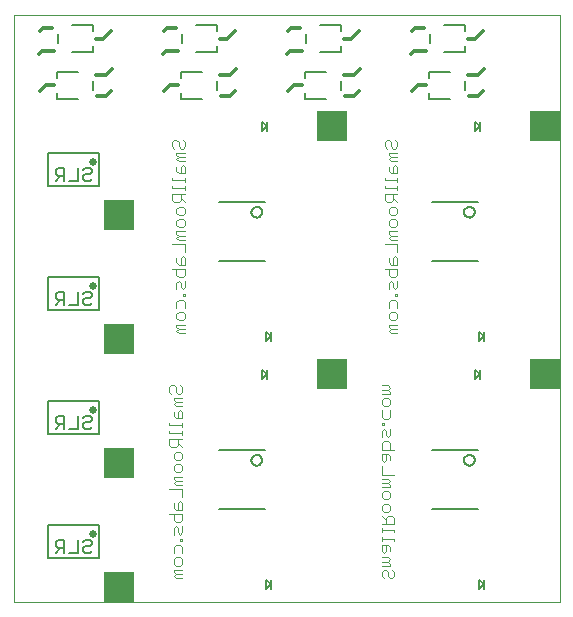
<source format=gbo>
G75*
G70*
%OFA0B0*%
%FSLAX24Y24*%
%IPPOS*%
%LPD*%
%AMOC8*
5,1,8,0,0,1.08239X$1,22.5*
%
%ADD10C,0.0000*%
%ADD11C,0.0120*%
%ADD12C,0.0060*%
%ADD13R,0.1000X0.1000*%
%ADD14C,0.0040*%
%ADD15C,0.0080*%
%ADD16C,0.0256*%
%ADD17C,0.0050*%
D10*
X000141Y000101D02*
X000141Y019687D01*
X018350Y019687D01*
X018350Y000101D01*
X000141Y000101D01*
D11*
X002927Y016986D02*
X003227Y016986D01*
X003377Y017136D01*
X003227Y017686D02*
X002877Y017686D01*
X003227Y017686D02*
X003427Y017886D01*
X003127Y018886D02*
X002877Y018886D01*
X003127Y018886D02*
X003377Y019136D01*
X005160Y019136D02*
X005260Y019236D01*
X005560Y019236D01*
X005610Y018486D02*
X005210Y018486D01*
X005110Y018386D01*
X005360Y017336D02*
X005160Y017136D01*
X005360Y017336D02*
X005610Y017336D01*
X007010Y017686D02*
X007360Y017686D01*
X007560Y017886D01*
X007510Y017136D02*
X007360Y016986D01*
X007060Y016986D01*
X007010Y018886D02*
X007260Y018886D01*
X007510Y019136D01*
X009294Y019136D02*
X009394Y019236D01*
X009694Y019236D01*
X009744Y018486D02*
X009344Y018486D01*
X009244Y018386D01*
X009494Y017336D02*
X009294Y017136D01*
X009494Y017336D02*
X009744Y017336D01*
X011144Y017686D02*
X011494Y017686D01*
X011694Y017886D01*
X011644Y017136D02*
X011494Y016986D01*
X011194Y016986D01*
X011144Y018886D02*
X011394Y018886D01*
X011644Y019136D01*
X013428Y019136D02*
X013528Y019236D01*
X013828Y019236D01*
X013878Y018486D02*
X013478Y018486D01*
X013378Y018386D01*
X013628Y017336D02*
X013428Y017136D01*
X013628Y017336D02*
X013878Y017336D01*
X015278Y017686D02*
X015628Y017686D01*
X015828Y017886D01*
X015778Y017136D02*
X015628Y016986D01*
X015328Y016986D01*
X015278Y018886D02*
X015528Y018886D01*
X015778Y019136D01*
X001477Y018486D02*
X001077Y018486D01*
X000977Y018386D01*
X001027Y019136D02*
X001127Y019236D01*
X001427Y019236D01*
X001477Y017336D02*
X001227Y017336D01*
X001027Y017136D01*
D12*
X001577Y017086D02*
X001577Y016886D01*
X002277Y016886D01*
X002777Y017186D02*
X002777Y017486D01*
X002277Y017786D02*
X001577Y017786D01*
X001577Y017586D01*
X002077Y018436D02*
X002777Y018436D01*
X002777Y018636D01*
X002777Y019136D02*
X002777Y019336D01*
X002077Y019336D01*
X001627Y019036D02*
X001627Y018736D01*
X001610Y014593D02*
X001537Y014519D01*
X001537Y014373D01*
X001610Y014299D01*
X001830Y014299D01*
X001684Y014299D02*
X001537Y014152D01*
X001830Y014152D02*
X001830Y014593D01*
X001610Y014593D01*
X001997Y014152D02*
X002291Y014152D01*
X002291Y014593D01*
X002458Y014519D02*
X002531Y014593D01*
X002678Y014593D01*
X002751Y014519D01*
X002751Y014446D01*
X002678Y014373D01*
X002531Y014373D01*
X002458Y014299D01*
X002458Y014226D01*
X002531Y014152D01*
X002678Y014152D01*
X002751Y014226D01*
X005710Y016886D02*
X005710Y017086D01*
X005710Y016886D02*
X006410Y016886D01*
X006910Y017186D02*
X006910Y017486D01*
X006410Y017786D02*
X005710Y017786D01*
X005710Y017586D01*
X006210Y018436D02*
X006910Y018436D01*
X006910Y018636D01*
X006910Y019136D02*
X006910Y019336D01*
X006210Y019336D01*
X005760Y019036D02*
X005760Y018736D01*
X009894Y018736D02*
X009894Y019036D01*
X010344Y019336D02*
X011044Y019336D01*
X011044Y019136D01*
X011044Y018636D02*
X011044Y018436D01*
X010344Y018436D01*
X010544Y017786D02*
X009844Y017786D01*
X009844Y017586D01*
X009844Y017086D02*
X009844Y016886D01*
X010544Y016886D01*
X011044Y017186D02*
X011044Y017486D01*
X013978Y017586D02*
X013978Y017786D01*
X014678Y017786D01*
X015178Y017486D02*
X015178Y017186D01*
X014678Y016886D02*
X013978Y016886D01*
X013978Y017086D01*
X014478Y018436D02*
X015178Y018436D01*
X015178Y018636D01*
X015178Y019136D02*
X015178Y019336D01*
X014478Y019336D01*
X014028Y019036D02*
X014028Y018736D01*
X014089Y013457D02*
X015611Y013457D01*
X015150Y013107D02*
X015152Y013133D01*
X015158Y013159D01*
X015167Y013183D01*
X015180Y013206D01*
X015196Y013227D01*
X015215Y013245D01*
X015236Y013261D01*
X015260Y013273D01*
X015284Y013281D01*
X015310Y013286D01*
X015337Y013287D01*
X015363Y013284D01*
X015388Y013277D01*
X015412Y013267D01*
X015435Y013253D01*
X015455Y013237D01*
X015472Y013217D01*
X015487Y013195D01*
X015498Y013171D01*
X015506Y013146D01*
X015510Y013120D01*
X015510Y013094D01*
X015506Y013068D01*
X015498Y013043D01*
X015487Y013019D01*
X015472Y012997D01*
X015455Y012977D01*
X015435Y012961D01*
X015412Y012947D01*
X015388Y012937D01*
X015363Y012930D01*
X015337Y012927D01*
X015310Y012928D01*
X015284Y012933D01*
X015260Y012941D01*
X015236Y012953D01*
X015215Y012969D01*
X015196Y012987D01*
X015180Y013008D01*
X015167Y013031D01*
X015158Y013055D01*
X015152Y013081D01*
X015150Y013107D01*
X015611Y011477D02*
X014089Y011477D01*
X008524Y011477D02*
X007002Y011477D01*
X008063Y013107D02*
X008065Y013133D01*
X008071Y013159D01*
X008080Y013183D01*
X008093Y013206D01*
X008109Y013227D01*
X008128Y013245D01*
X008149Y013261D01*
X008173Y013273D01*
X008197Y013281D01*
X008223Y013286D01*
X008250Y013287D01*
X008276Y013284D01*
X008301Y013277D01*
X008325Y013267D01*
X008348Y013253D01*
X008368Y013237D01*
X008385Y013217D01*
X008400Y013195D01*
X008411Y013171D01*
X008419Y013146D01*
X008423Y013120D01*
X008423Y013094D01*
X008419Y013068D01*
X008411Y013043D01*
X008400Y013019D01*
X008385Y012997D01*
X008368Y012977D01*
X008348Y012961D01*
X008325Y012947D01*
X008301Y012937D01*
X008276Y012930D01*
X008250Y012927D01*
X008223Y012928D01*
X008197Y012933D01*
X008173Y012941D01*
X008149Y012953D01*
X008128Y012969D01*
X008109Y012987D01*
X008093Y013008D01*
X008080Y013031D01*
X008071Y013055D01*
X008065Y013081D01*
X008063Y013107D01*
X008524Y013457D02*
X007002Y013457D01*
X002751Y010385D02*
X002751Y010312D01*
X002678Y010239D01*
X002531Y010239D01*
X002458Y010165D01*
X002458Y010092D01*
X002531Y010019D01*
X002678Y010019D01*
X002751Y010092D01*
X002751Y010385D02*
X002678Y010459D01*
X002531Y010459D01*
X002458Y010385D01*
X002291Y010459D02*
X002291Y010019D01*
X001997Y010019D01*
X001830Y010019D02*
X001830Y010459D01*
X001610Y010459D01*
X001537Y010385D01*
X001537Y010239D01*
X001610Y010165D01*
X001830Y010165D01*
X001684Y010165D02*
X001537Y010019D01*
X001610Y006325D02*
X001537Y006252D01*
X001537Y006105D01*
X001610Y006031D01*
X001830Y006031D01*
X001830Y005885D02*
X001830Y006325D01*
X001610Y006325D01*
X001684Y006031D02*
X001537Y005885D01*
X001997Y005885D02*
X002291Y005885D01*
X002291Y006325D01*
X002458Y006252D02*
X002531Y006325D01*
X002678Y006325D01*
X002751Y006252D01*
X002751Y006178D01*
X002678Y006105D01*
X002531Y006105D01*
X002458Y006031D01*
X002458Y005958D01*
X002531Y005885D01*
X002678Y005885D01*
X002751Y005958D01*
X002678Y002191D02*
X002531Y002191D01*
X002458Y002118D01*
X002531Y001971D02*
X002458Y001898D01*
X002458Y001824D01*
X002531Y001751D01*
X002678Y001751D01*
X002751Y001824D01*
X002678Y001971D02*
X002531Y001971D01*
X002678Y001971D02*
X002751Y002044D01*
X002751Y002118D01*
X002678Y002191D01*
X002291Y002191D02*
X002291Y001751D01*
X001997Y001751D01*
X001830Y001751D02*
X001830Y002191D01*
X001610Y002191D01*
X001537Y002118D01*
X001537Y001971D01*
X001610Y001898D01*
X001830Y001898D01*
X001684Y001898D02*
X001537Y001751D01*
X007002Y003209D02*
X008524Y003209D01*
X008063Y004839D02*
X008065Y004865D01*
X008071Y004891D01*
X008080Y004915D01*
X008093Y004938D01*
X008109Y004959D01*
X008128Y004977D01*
X008149Y004993D01*
X008173Y005005D01*
X008197Y005013D01*
X008223Y005018D01*
X008250Y005019D01*
X008276Y005016D01*
X008301Y005009D01*
X008325Y004999D01*
X008348Y004985D01*
X008368Y004969D01*
X008385Y004949D01*
X008400Y004927D01*
X008411Y004903D01*
X008419Y004878D01*
X008423Y004852D01*
X008423Y004826D01*
X008419Y004800D01*
X008411Y004775D01*
X008400Y004751D01*
X008385Y004729D01*
X008368Y004709D01*
X008348Y004693D01*
X008325Y004679D01*
X008301Y004669D01*
X008276Y004662D01*
X008250Y004659D01*
X008223Y004660D01*
X008197Y004665D01*
X008173Y004673D01*
X008149Y004685D01*
X008128Y004701D01*
X008109Y004719D01*
X008093Y004740D01*
X008080Y004763D01*
X008071Y004787D01*
X008065Y004813D01*
X008063Y004839D01*
X008524Y005189D02*
X007002Y005189D01*
X014089Y005189D02*
X015611Y005189D01*
X015150Y004839D02*
X015152Y004865D01*
X015158Y004891D01*
X015167Y004915D01*
X015180Y004938D01*
X015196Y004959D01*
X015215Y004977D01*
X015236Y004993D01*
X015260Y005005D01*
X015284Y005013D01*
X015310Y005018D01*
X015337Y005019D01*
X015363Y005016D01*
X015388Y005009D01*
X015412Y004999D01*
X015435Y004985D01*
X015455Y004969D01*
X015472Y004949D01*
X015487Y004927D01*
X015498Y004903D01*
X015506Y004878D01*
X015510Y004852D01*
X015510Y004826D01*
X015506Y004800D01*
X015498Y004775D01*
X015487Y004751D01*
X015472Y004729D01*
X015455Y004709D01*
X015435Y004693D01*
X015412Y004679D01*
X015388Y004669D01*
X015363Y004662D01*
X015337Y004659D01*
X015310Y004660D01*
X015284Y004665D01*
X015260Y004673D01*
X015236Y004685D01*
X015215Y004701D01*
X015196Y004719D01*
X015180Y004740D01*
X015167Y004763D01*
X015158Y004787D01*
X015152Y004813D01*
X015150Y004839D01*
X015611Y003209D02*
X014089Y003209D01*
D13*
X010763Y007699D03*
X017850Y007699D03*
X017850Y015967D03*
X010763Y015967D03*
X003641Y013002D03*
X003641Y008869D03*
X003641Y004735D03*
X003641Y000601D03*
D14*
X005470Y000980D02*
X005538Y000911D01*
X005743Y000911D01*
X005743Y001048D02*
X005538Y001048D01*
X005470Y000980D01*
X005538Y001048D02*
X005470Y001116D01*
X005470Y001185D01*
X005743Y001185D01*
X005675Y001326D02*
X005538Y001326D01*
X005470Y001394D01*
X005470Y001531D01*
X005538Y001599D01*
X005675Y001599D01*
X005743Y001531D01*
X005743Y001394D01*
X005675Y001326D01*
X005743Y001740D02*
X005743Y001945D01*
X005675Y002014D01*
X005538Y002014D01*
X005470Y001945D01*
X005470Y001740D01*
X005675Y002152D02*
X005743Y002152D01*
X005743Y002221D01*
X005675Y002221D01*
X005675Y002152D01*
X005675Y002361D02*
X005606Y002430D01*
X005606Y002567D01*
X005538Y002635D01*
X005470Y002567D01*
X005470Y002361D01*
X005675Y002361D02*
X005743Y002430D01*
X005743Y002635D01*
X005675Y002776D02*
X005538Y002776D01*
X005470Y002844D01*
X005470Y003049D01*
X005333Y003049D02*
X005743Y003049D01*
X005743Y002844D01*
X005675Y002776D01*
X005743Y003190D02*
X005538Y003190D01*
X005470Y003259D01*
X005470Y003395D01*
X005606Y003395D02*
X005606Y003190D01*
X005743Y003190D02*
X005743Y003395D01*
X005675Y003464D01*
X005606Y003395D01*
X005743Y003604D02*
X005743Y003878D01*
X005333Y003878D01*
X005538Y004019D02*
X005743Y004019D01*
X005743Y004156D02*
X005538Y004156D01*
X005470Y004087D01*
X005538Y004019D01*
X005538Y004156D02*
X005470Y004224D01*
X005470Y004292D01*
X005743Y004292D01*
X005675Y004433D02*
X005538Y004433D01*
X005470Y004502D01*
X005470Y004638D01*
X005538Y004707D01*
X005675Y004707D01*
X005743Y004638D01*
X005743Y004502D01*
X005675Y004433D01*
X005675Y004847D02*
X005538Y004847D01*
X005470Y004916D01*
X005470Y005053D01*
X005538Y005121D01*
X005675Y005121D01*
X005743Y005053D01*
X005743Y004916D01*
X005675Y004847D01*
X005743Y005262D02*
X005606Y005399D01*
X005606Y005330D02*
X005606Y005535D01*
X005743Y005535D02*
X005333Y005535D01*
X005333Y005330D01*
X005401Y005262D01*
X005538Y005262D01*
X005606Y005330D01*
X005743Y005675D02*
X005743Y005812D01*
X005743Y005743D02*
X005333Y005743D01*
X005333Y005812D01*
X005333Y006019D02*
X005743Y006019D01*
X005743Y005951D02*
X005743Y006088D01*
X005743Y006229D02*
X005743Y006434D01*
X005675Y006502D01*
X005606Y006434D01*
X005606Y006229D01*
X005538Y006229D02*
X005743Y006229D01*
X005538Y006229D02*
X005470Y006297D01*
X005470Y006434D01*
X005538Y006643D02*
X005743Y006643D01*
X005743Y006780D02*
X005538Y006780D01*
X005470Y006711D01*
X005538Y006643D01*
X005538Y006780D02*
X005470Y006848D01*
X005470Y006916D01*
X005743Y006916D01*
X005675Y007057D02*
X005743Y007126D01*
X005743Y007262D01*
X005675Y007331D01*
X005538Y007262D02*
X005538Y007126D01*
X005606Y007057D01*
X005675Y007057D01*
X005538Y007262D02*
X005470Y007331D01*
X005401Y007331D01*
X005333Y007262D01*
X005333Y007126D01*
X005401Y007057D01*
X005333Y006088D02*
X005333Y006019D01*
X005636Y009081D02*
X005842Y009081D01*
X005842Y009217D02*
X005636Y009217D01*
X005568Y009149D01*
X005636Y009081D01*
X005636Y009217D02*
X005568Y009286D01*
X005568Y009354D01*
X005842Y009354D01*
X005773Y009495D02*
X005636Y009495D01*
X005568Y009563D01*
X005568Y009700D01*
X005636Y009769D01*
X005773Y009769D01*
X005842Y009700D01*
X005842Y009563D01*
X005773Y009495D01*
X005842Y009909D02*
X005842Y010114D01*
X005773Y010183D01*
X005636Y010183D01*
X005568Y010114D01*
X005568Y009909D01*
X005773Y010322D02*
X005842Y010322D01*
X005842Y010390D01*
X005773Y010390D01*
X005773Y010322D01*
X005773Y010531D02*
X005705Y010599D01*
X005705Y010736D01*
X005636Y010804D01*
X005568Y010736D01*
X005568Y010531D01*
X005773Y010531D02*
X005842Y010599D01*
X005842Y010804D01*
X005773Y010945D02*
X005636Y010945D01*
X005568Y011014D01*
X005568Y011219D01*
X005431Y011219D02*
X005842Y011219D01*
X005842Y011014D01*
X005773Y010945D01*
X005705Y011359D02*
X005705Y011565D01*
X005773Y011633D01*
X005842Y011565D01*
X005842Y011359D01*
X005636Y011359D01*
X005568Y011428D01*
X005568Y011565D01*
X005842Y011774D02*
X005842Y012047D01*
X005431Y012047D01*
X005636Y012188D02*
X005842Y012188D01*
X005842Y012325D02*
X005636Y012325D01*
X005568Y012256D01*
X005636Y012188D01*
X005636Y012325D02*
X005568Y012393D01*
X005568Y012462D01*
X005842Y012462D01*
X005773Y012602D02*
X005636Y012602D01*
X005568Y012671D01*
X005568Y012808D01*
X005636Y012876D01*
X005773Y012876D01*
X005842Y012808D01*
X005842Y012671D01*
X005773Y012602D01*
X005773Y013017D02*
X005636Y013017D01*
X005568Y013085D01*
X005568Y013222D01*
X005636Y013290D01*
X005773Y013290D01*
X005842Y013222D01*
X005842Y013085D01*
X005773Y013017D01*
X005842Y013431D02*
X005705Y013568D01*
X005705Y013499D02*
X005705Y013705D01*
X005842Y013705D02*
X005431Y013705D01*
X005431Y013499D01*
X005500Y013431D01*
X005636Y013431D01*
X005705Y013499D01*
X005842Y013844D02*
X005842Y013981D01*
X005842Y013912D02*
X005431Y013912D01*
X005431Y013981D01*
X005431Y014189D02*
X005842Y014189D01*
X005842Y014257D02*
X005842Y014120D01*
X005842Y014398D02*
X005636Y014398D01*
X005568Y014466D01*
X005568Y014603D01*
X005705Y014603D02*
X005705Y014398D01*
X005842Y014398D02*
X005842Y014603D01*
X005773Y014671D01*
X005705Y014603D01*
X005636Y014812D02*
X005842Y014812D01*
X005842Y014949D02*
X005636Y014949D01*
X005568Y014881D01*
X005636Y014812D01*
X005636Y014949D02*
X005568Y015017D01*
X005568Y015086D01*
X005842Y015086D01*
X005773Y015227D02*
X005842Y015295D01*
X005842Y015432D01*
X005773Y015500D01*
X005636Y015432D02*
X005636Y015295D01*
X005705Y015227D01*
X005773Y015227D01*
X005636Y015432D02*
X005568Y015500D01*
X005500Y015500D01*
X005431Y015432D01*
X005431Y015295D01*
X005500Y015227D01*
X005431Y014257D02*
X005431Y014189D01*
X012518Y014189D02*
X012928Y014189D01*
X012928Y014257D02*
X012928Y014120D01*
X012928Y013981D02*
X012928Y013844D01*
X012928Y013912D02*
X012518Y013912D01*
X012518Y013981D01*
X012518Y014189D02*
X012518Y014257D01*
X012723Y014398D02*
X012655Y014466D01*
X012655Y014603D01*
X012791Y014603D02*
X012791Y014398D01*
X012723Y014398D02*
X012928Y014398D01*
X012928Y014603D01*
X012860Y014671D01*
X012791Y014603D01*
X012723Y014812D02*
X012928Y014812D01*
X012928Y014949D02*
X012723Y014949D01*
X012655Y014881D01*
X012723Y014812D01*
X012723Y014949D02*
X012655Y015017D01*
X012655Y015086D01*
X012928Y015086D01*
X012860Y015227D02*
X012928Y015295D01*
X012928Y015432D01*
X012860Y015500D01*
X012723Y015432D02*
X012723Y015295D01*
X012791Y015227D01*
X012860Y015227D01*
X012723Y015432D02*
X012655Y015500D01*
X012586Y015500D01*
X012518Y015432D01*
X012518Y015295D01*
X012586Y015227D01*
X012518Y013705D02*
X012518Y013499D01*
X012586Y013431D01*
X012723Y013431D01*
X012791Y013499D01*
X012791Y013705D01*
X012791Y013568D02*
X012928Y013431D01*
X012860Y013290D02*
X012928Y013222D01*
X012928Y013085D01*
X012860Y013017D01*
X012723Y013017D01*
X012655Y013085D01*
X012655Y013222D01*
X012723Y013290D01*
X012860Y013290D01*
X012860Y012876D02*
X012723Y012876D01*
X012655Y012808D01*
X012655Y012671D01*
X012723Y012602D01*
X012860Y012602D01*
X012928Y012671D01*
X012928Y012808D01*
X012860Y012876D01*
X012928Y012462D02*
X012655Y012462D01*
X012655Y012393D01*
X012723Y012325D01*
X012655Y012256D01*
X012723Y012188D01*
X012928Y012188D01*
X012928Y012325D02*
X012723Y012325D01*
X012518Y012047D02*
X012928Y012047D01*
X012928Y011774D01*
X012860Y011633D02*
X012791Y011565D01*
X012791Y011359D01*
X012723Y011359D02*
X012928Y011359D01*
X012928Y011565D01*
X012860Y011633D01*
X012655Y011565D02*
X012655Y011428D01*
X012723Y011359D01*
X012655Y011219D02*
X012655Y011014D01*
X012723Y010945D01*
X012860Y010945D01*
X012928Y011014D01*
X012928Y011219D01*
X012518Y011219D01*
X012723Y010804D02*
X012655Y010736D01*
X012655Y010531D01*
X012791Y010599D02*
X012791Y010736D01*
X012723Y010804D01*
X012791Y010599D02*
X012860Y010531D01*
X012928Y010599D01*
X012928Y010804D01*
X012928Y010390D02*
X012860Y010390D01*
X012860Y010322D01*
X012928Y010322D01*
X012928Y010390D01*
X012860Y010183D02*
X012928Y010114D01*
X012928Y009909D01*
X012860Y009769D02*
X012928Y009700D01*
X012928Y009563D01*
X012860Y009495D01*
X012723Y009495D01*
X012655Y009563D01*
X012655Y009700D01*
X012723Y009769D01*
X012860Y009769D01*
X012655Y009909D02*
X012655Y010114D01*
X012723Y010183D01*
X012860Y010183D01*
X012928Y009354D02*
X012655Y009354D01*
X012655Y009286D01*
X012723Y009217D01*
X012655Y009149D01*
X012723Y009081D01*
X012928Y009081D01*
X012928Y009217D02*
X012723Y009217D01*
X012625Y007328D02*
X012420Y007328D01*
X012420Y007191D02*
X012625Y007191D01*
X012693Y007260D01*
X012625Y007328D01*
X012625Y007191D02*
X012693Y007123D01*
X012693Y007055D01*
X012420Y007055D01*
X012488Y006914D02*
X012625Y006914D01*
X012693Y006845D01*
X012693Y006709D01*
X012625Y006640D01*
X012488Y006640D01*
X012420Y006709D01*
X012420Y006845D01*
X012488Y006914D01*
X012420Y006499D02*
X012420Y006294D01*
X012488Y006226D01*
X012625Y006226D01*
X012693Y006294D01*
X012693Y006499D01*
X012488Y006087D02*
X012420Y006087D01*
X012420Y006019D01*
X012488Y006019D01*
X012488Y006087D01*
X012488Y005878D02*
X012557Y005810D01*
X012557Y005673D01*
X012625Y005604D01*
X012693Y005673D01*
X012693Y005878D01*
X012488Y005878D02*
X012420Y005810D01*
X012420Y005604D01*
X012488Y005464D02*
X012625Y005464D01*
X012693Y005395D01*
X012693Y005190D01*
X012830Y005190D02*
X012420Y005190D01*
X012420Y005395D01*
X012488Y005464D01*
X012420Y005049D02*
X012420Y004844D01*
X012488Y004776D01*
X012557Y004844D01*
X012557Y005049D01*
X012625Y005049D02*
X012420Y005049D01*
X012625Y005049D02*
X012693Y004981D01*
X012693Y004844D01*
X012420Y004635D02*
X012420Y004361D01*
X012830Y004361D01*
X012625Y004221D02*
X012420Y004221D01*
X012420Y004084D02*
X012625Y004084D01*
X012693Y004152D01*
X012625Y004221D01*
X012625Y004084D02*
X012693Y004015D01*
X012693Y003947D01*
X012420Y003947D01*
X012488Y003806D02*
X012625Y003806D01*
X012693Y003738D01*
X012693Y003601D01*
X012625Y003533D01*
X012488Y003533D01*
X012420Y003601D01*
X012420Y003738D01*
X012488Y003806D01*
X012488Y003392D02*
X012625Y003392D01*
X012693Y003324D01*
X012693Y003187D01*
X012625Y003118D01*
X012488Y003118D01*
X012420Y003187D01*
X012420Y003324D01*
X012488Y003392D01*
X012420Y002978D02*
X012557Y002841D01*
X012557Y002909D02*
X012557Y002704D01*
X012420Y002704D02*
X012830Y002704D01*
X012830Y002909D01*
X012762Y002978D01*
X012625Y002978D01*
X012557Y002909D01*
X012420Y002565D02*
X012420Y002428D01*
X012420Y002496D02*
X012830Y002496D01*
X012830Y002428D01*
X012830Y002220D02*
X012420Y002220D01*
X012420Y002152D02*
X012420Y002288D01*
X012420Y002011D02*
X012420Y001806D01*
X012488Y001737D01*
X012557Y001806D01*
X012557Y002011D01*
X012625Y002011D02*
X012420Y002011D01*
X012625Y002011D02*
X012693Y001942D01*
X012693Y001806D01*
X012625Y001596D02*
X012420Y001596D01*
X012420Y001460D02*
X012625Y001460D01*
X012693Y001528D01*
X012625Y001596D01*
X012625Y001460D02*
X012693Y001391D01*
X012693Y001323D01*
X012420Y001323D01*
X012488Y001182D02*
X012420Y001114D01*
X012420Y000977D01*
X012488Y000909D01*
X012625Y000977D02*
X012625Y001114D01*
X012557Y001182D01*
X012488Y001182D01*
X012625Y000977D02*
X012693Y000909D01*
X012762Y000909D01*
X012830Y000977D01*
X012830Y001114D01*
X012762Y001182D01*
X012830Y002152D02*
X012830Y002220D01*
X012928Y013705D02*
X012518Y013705D01*
D15*
X002988Y013971D02*
X002988Y015074D01*
X001295Y015074D01*
X001295Y013971D01*
X002988Y013971D01*
X002988Y010940D02*
X001295Y010940D01*
X001295Y009837D01*
X002988Y009837D01*
X002988Y010940D01*
X002988Y006806D02*
X001295Y006806D01*
X001295Y005703D01*
X002988Y005703D01*
X002988Y006806D01*
X002988Y002672D02*
X001295Y002672D01*
X001295Y001570D01*
X002988Y001570D01*
X002988Y002672D01*
D16*
X002781Y002377D03*
X002781Y006511D03*
X002781Y010644D03*
X002781Y014778D03*
D17*
X008434Y015809D02*
X008434Y016124D01*
X008592Y015967D01*
X008434Y015809D01*
X008592Y015809D02*
X008592Y015967D01*
X008592Y016124D01*
X008559Y009124D02*
X008717Y008967D01*
X008559Y008809D01*
X008559Y009124D01*
X008717Y009124D02*
X008717Y008967D01*
X008717Y008809D01*
X008592Y007857D02*
X008592Y007699D01*
X008434Y007857D01*
X008434Y007542D01*
X008592Y007699D01*
X008592Y007542D01*
X008559Y000857D02*
X008717Y000699D01*
X008559Y000542D01*
X008559Y000857D01*
X008717Y000857D02*
X008717Y000699D01*
X008717Y000542D01*
X015646Y000542D02*
X015646Y000857D01*
X015804Y000699D01*
X015646Y000542D01*
X015804Y000542D02*
X015804Y000699D01*
X015804Y000857D01*
X015679Y007542D02*
X015679Y007699D01*
X015521Y007857D01*
X015521Y007542D01*
X015679Y007699D01*
X015679Y007857D01*
X015646Y008809D02*
X015646Y009124D01*
X015804Y008967D01*
X015646Y008809D01*
X015804Y008809D02*
X015804Y008967D01*
X015804Y009124D01*
X015679Y015809D02*
X015679Y015967D01*
X015521Y016124D01*
X015521Y015809D01*
X015679Y015967D01*
X015679Y016124D01*
M02*

</source>
